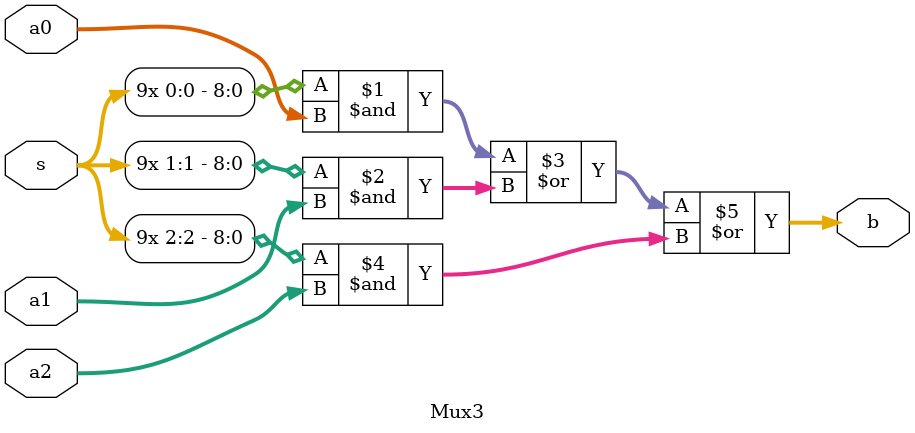
<source format=v>
module regfile(data_in,writenum,write,readnum,clk,data_out);
  input [15:0] data_in;
  input [2:0] writenum, readnum;
  input write, clk;
  output [15:0] data_out;

  wire [7:0] writepos, readpos;
  wire [15:0] R0, R1, R2, R3, R4, R5, R6, R7;

//decoder for which one of 8 registers to write to
Dec #(3,8) dec1(writenum, writepos);

//instantiate 8 register files with load enable
RLE r0(data_in, (writepos[0] & write), clk, R0);
RLE r1(data_in, (writepos[1] & write), clk, R1);
RLE r2(data_in, (writepos[2] & write), clk, R2);
RLE r3(data_in, (writepos[3] & write), clk, R3);
RLE r4(data_in, (writepos[4] & write), clk, R4);
RLE r5(data_in, (writepos[5] & write), clk, R5);
RLE r6(data_in, (writepos[6] & write), clk, R6);
RLE r7(data_in, (writepos[7] & write), clk, R7);

//decoder for which register to read from
Dec #(3,8) dec2(readnum, readpos);

//multiplexer to read from correct register
Mux8 mux1(R7, R6, R5, R4, R3, R2, R1, R0, readpos, data_out);

endmodule

//decoder module
module Dec(a, b) ;
  parameter n=2 ;
  parameter m=4 ;

  input  [n-1:0] a ;
  output [m-1:0] b ;

  assign b = 1 << a ;
endmodule

//register with load enable module
module RLE(in, load, clk, out);
  parameter n=16;

  input [n-1:0] in;
  input load, clk;
  output [n-1:0] out;

  reg [n-1:0] tempout;

  always @(posedge clk) begin
	if(load==1'b1)		//only pass input to output if load has logic value 1
	  tempout = in;
  end
  assign out = tempout;

endmodule

module Mux8(a7, a6, a5, a4, a3, a2, a1, a0, s, b) ;
  parameter k = 16 ;
  input [k-1:0] a0, a1, a2, a3, a4, a5, a6, a7 ;  // inputs
  input [7:0]   s ; // one-hot select
  output[k-1:0] b ;
  wire [k-1:0] b = ({k{s[0]}} & a0) | 
                   ({k{s[1]}} & a1) |
                   ({k{s[2]}} & a2) |
                   ({k{s[3]}} & a3) |
		   ({k{s[4]}} & a4) | 
                   ({k{s[5]}} & a5) |
                   ({k{s[6]}} & a6) |
                   ({k{s[7]}} & a7) ;
endmodule

module Mux3(a2, a1, a0, s, b) ;
  parameter k = 9 ;
  input [k-1:0] a0, a1, a2;  // inputs
  input [2:0]   s ; // one-hot select
  output[k-1:0] b ;
  wire [k-1:0] b = ({k{s[0]}} & a0) | 
                   ({k{s[1]}} & a1) |
                   ({k{s[2]}} & a2) ;
endmodule

</source>
